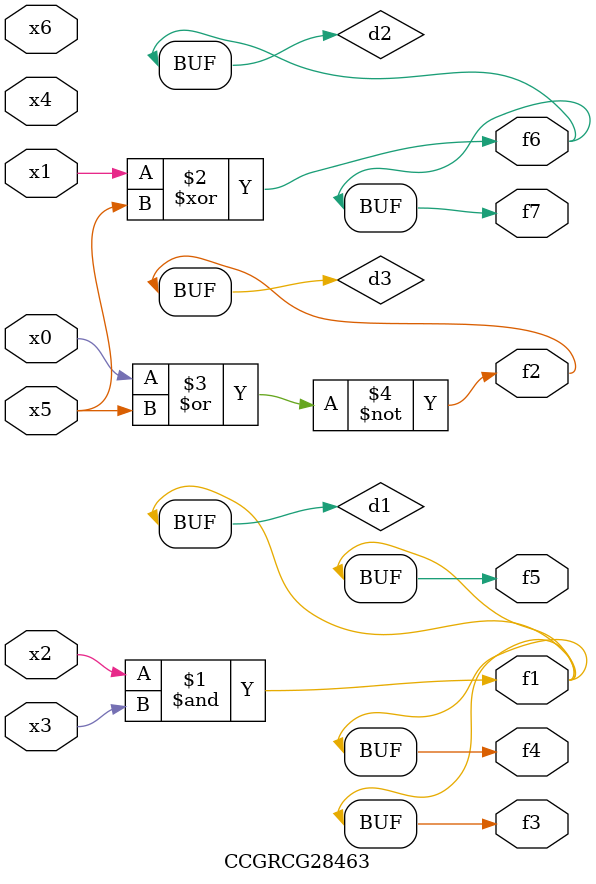
<source format=v>
module CCGRCG28463(
	input x0, x1, x2, x3, x4, x5, x6,
	output f1, f2, f3, f4, f5, f6, f7
);

	wire d1, d2, d3;

	and (d1, x2, x3);
	xor (d2, x1, x5);
	nor (d3, x0, x5);
	assign f1 = d1;
	assign f2 = d3;
	assign f3 = d1;
	assign f4 = d1;
	assign f5 = d1;
	assign f6 = d2;
	assign f7 = d2;
endmodule

</source>
